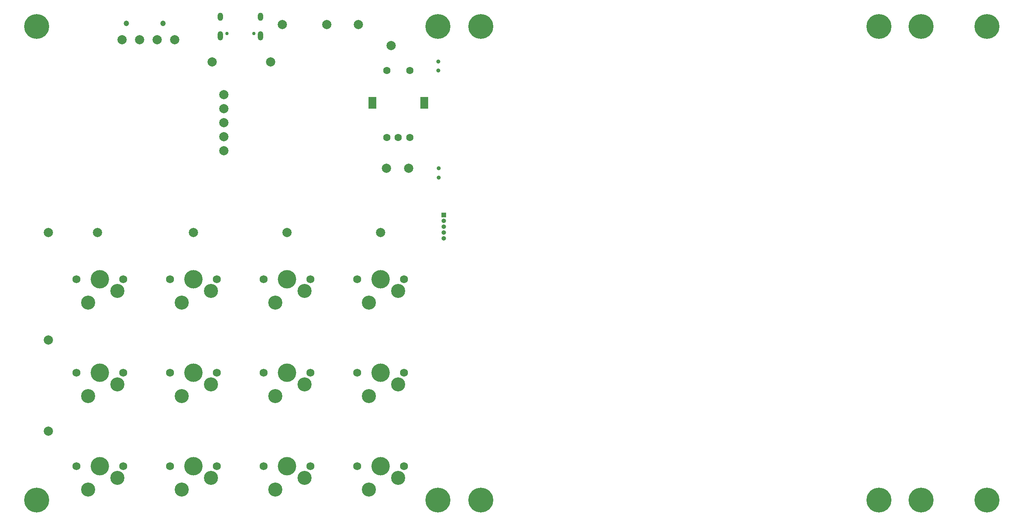
<source format=gbr>
%TF.GenerationSoftware,KiCad,Pcbnew,7.0.8*%
%TF.CreationDate,2023-12-04T11:10:45+01:00*%
%TF.ProjectId,scriptPad_PCB,73637269-7074-4506-9164-5f5043422e6b,rev?*%
%TF.SameCoordinates,Original*%
%TF.FileFunction,Soldermask,Top*%
%TF.FilePolarity,Negative*%
%FSLAX46Y46*%
G04 Gerber Fmt 4.6, Leading zero omitted, Abs format (unit mm)*
G04 Created by KiCad (PCBNEW 7.0.8) date 2023-12-04 11:10:45*
%MOMM*%
%LPD*%
G01*
G04 APERTURE LIST*
%ADD10R,1.800000X2.600000*%
%ADD11C,1.600000*%
%ADD12C,5.400000*%
%ADD13C,1.750000*%
%ADD14C,3.050000*%
%ADD15C,4.000000*%
%ADD16C,2.000000*%
%ADD17R,1.000000X1.000000*%
%ADD18O,1.000000X1.000000*%
%ADD19C,0.900000*%
%ADD20C,1.200000*%
%ADD21C,0.750000*%
%ADD22O,1.200000X2.000000*%
%ADD23O,1.200000X1.800000*%
G04 APERTURE END LIST*
D10*
%TO.C,SW1*%
X112534000Y-60710000D03*
X101334000Y-60710000D03*
D11*
X106934000Y-68210000D03*
X109434000Y-68210000D03*
X104434000Y-68210000D03*
X104434000Y-53710000D03*
X109434000Y-53710000D03*
%TD*%
D12*
%TO.C,*%
X234775682Y-147066000D03*
%TD*%
%TO.C,*%
X234775682Y-44069000D03*
%TD*%
D13*
%TO.C,SW_CN9*%
X47244000Y-139700000D03*
D14*
X45974000Y-142240000D03*
D15*
X42164000Y-139700000D03*
D14*
X39624000Y-144780000D03*
D13*
X37084000Y-139700000D03*
%TD*%
D16*
%TO.C,TP24*%
X30988000Y-132080000D03*
%TD*%
%TO.C,TP23*%
X30988000Y-112268000D03*
%TD*%
%TO.C,TP22*%
X30988000Y-88900000D03*
%TD*%
%TO.C,TP21*%
X103124000Y-88900000D03*
%TD*%
%TO.C,TP20*%
X82804000Y-88900000D03*
%TD*%
%TO.C,TP19*%
X62484000Y-88900000D03*
%TD*%
%TO.C,TP18*%
X41656000Y-88900000D03*
%TD*%
%TO.C,TP17*%
X69088000Y-58928000D03*
%TD*%
%TO.C,TP16*%
X69088000Y-61976000D03*
%TD*%
%TO.C,TP15*%
X69088000Y-65024000D03*
%TD*%
%TO.C,TP14*%
X69088000Y-68072000D03*
%TD*%
%TO.C,TP13*%
X69088000Y-71120000D03*
%TD*%
%TO.C,TP12*%
X109220000Y-74930000D03*
%TD*%
%TO.C,TP11*%
X104394000Y-74930000D03*
%TD*%
%TO.C,TP10*%
X105410000Y-48260000D03*
%TD*%
%TO.C,TP9*%
X46990000Y-46990000D03*
%TD*%
%TO.C,TP8*%
X50800000Y-46990000D03*
%TD*%
%TO.C,TP7*%
X54610000Y-46990000D03*
%TD*%
%TO.C,TP6*%
X58420000Y-46990000D03*
%TD*%
%TO.C,TP5*%
X98298000Y-43688000D03*
%TD*%
%TO.C,TP4*%
X91440000Y-43688000D03*
%TD*%
%TO.C,TP3*%
X81788000Y-43688000D03*
%TD*%
%TO.C,TP2*%
X79248000Y-51816000D03*
%TD*%
%TO.C,TP1*%
X66548000Y-51816000D03*
%TD*%
D17*
%TO.C,J1*%
X116840000Y-85090000D03*
D18*
X116840000Y-86360000D03*
X116840000Y-87630000D03*
X116840000Y-88900000D03*
X116840000Y-90170000D03*
%TD*%
D13*
%TO.C,SW_CN6*%
X67564000Y-119380000D03*
D14*
X66294000Y-121920000D03*
D15*
X62484000Y-119380000D03*
D14*
X59944000Y-124460000D03*
D13*
X57404000Y-119380000D03*
%TD*%
D12*
%TO.C,H4*%
X211328000Y-147066000D03*
%TD*%
D13*
%TO.C,SW_CN5*%
X47244000Y-119380000D03*
D14*
X45974000Y-121920000D03*
D15*
X42164000Y-119380000D03*
D14*
X39624000Y-124460000D03*
D13*
X37084000Y-119380000D03*
%TD*%
D12*
%TO.C,*%
X220472000Y-44069000D03*
%TD*%
D13*
%TO.C,SW_CN4*%
X108204000Y-99060000D03*
D14*
X106934000Y-101600000D03*
D15*
X103124000Y-99060000D03*
D14*
X100584000Y-104140000D03*
D13*
X98044000Y-99060000D03*
%TD*%
%TO.C,SW_CN7*%
X87884000Y-119380000D03*
D14*
X86614000Y-121920000D03*
D15*
X82804000Y-119380000D03*
D14*
X80264000Y-124460000D03*
D13*
X77724000Y-119380000D03*
%TD*%
%TO.C,SW_CN3*%
X87884000Y-99060000D03*
D14*
X86614000Y-101600000D03*
D15*
X82804000Y-99060000D03*
D14*
X80264000Y-104140000D03*
D13*
X77724000Y-99060000D03*
%TD*%
%TO.C,SW_CN12*%
X108204000Y-139700000D03*
D14*
X106934000Y-142240000D03*
D15*
X103124000Y-139700000D03*
D14*
X100584000Y-144780000D03*
D13*
X98044000Y-139700000D03*
%TD*%
D12*
%TO.C,*%
X124841000Y-147066000D03*
%TD*%
D13*
%TO.C,SW_CN2*%
X67564000Y-99060000D03*
D14*
X66294000Y-101600000D03*
D15*
X62484000Y-99060000D03*
D14*
X59944000Y-104140000D03*
D13*
X57404000Y-99060000D03*
%TD*%
D12*
%TO.C,*%
X124841000Y-44069000D03*
%TD*%
%TO.C,*%
X220472000Y-147066000D03*
%TD*%
%TO.C,H4*%
X115570000Y-147066000D03*
%TD*%
D13*
%TO.C,SW_CN1*%
X47244000Y-99060000D03*
D14*
X45974000Y-101600000D03*
D15*
X42164000Y-99060000D03*
D14*
X39624000Y-104140000D03*
D13*
X37084000Y-99060000D03*
%TD*%
D12*
%TO.C,H3*%
X28448000Y-147066000D03*
%TD*%
%TO.C,H2*%
X28448000Y-44069000D03*
%TD*%
D13*
%TO.C,SW_CN10*%
X67564000Y-139700000D03*
D14*
X66294000Y-142240000D03*
D15*
X62484000Y-139700000D03*
D14*
X59944000Y-144780000D03*
D13*
X57404000Y-139700000D03*
%TD*%
D12*
%TO.C,*%
X211328000Y-44069000D03*
%TD*%
%TO.C,H1*%
X115570000Y-44069000D03*
%TD*%
D13*
%TO.C,SW_CN11*%
X87884000Y-139700000D03*
D14*
X86614000Y-142240000D03*
D15*
X82804000Y-139700000D03*
D14*
X80264000Y-144780000D03*
D13*
X77724000Y-139700000D03*
%TD*%
%TO.C,SW_CN8*%
X108204000Y-119380000D03*
D14*
X106934000Y-121920000D03*
D15*
X103124000Y-119380000D03*
D14*
X100584000Y-124460000D03*
D13*
X98044000Y-119380000D03*
%TD*%
D19*
%TO.C,SW2*%
X115604500Y-53705000D03*
X115604500Y-51705000D03*
%TD*%
%TO.C,SW3*%
X115697000Y-76930000D03*
X115697000Y-74930000D03*
%TD*%
D20*
%TO.C,Card1*%
X47880000Y-43434000D03*
X55880000Y-43434000D03*
%TD*%
D21*
%TO.C,USBC1*%
X69744000Y-45660000D03*
X75544000Y-45660000D03*
D22*
X68314000Y-46160000D03*
X76974000Y-46160000D03*
D23*
X76974000Y-41980000D03*
X68314000Y-41980000D03*
%TD*%
M02*

</source>
